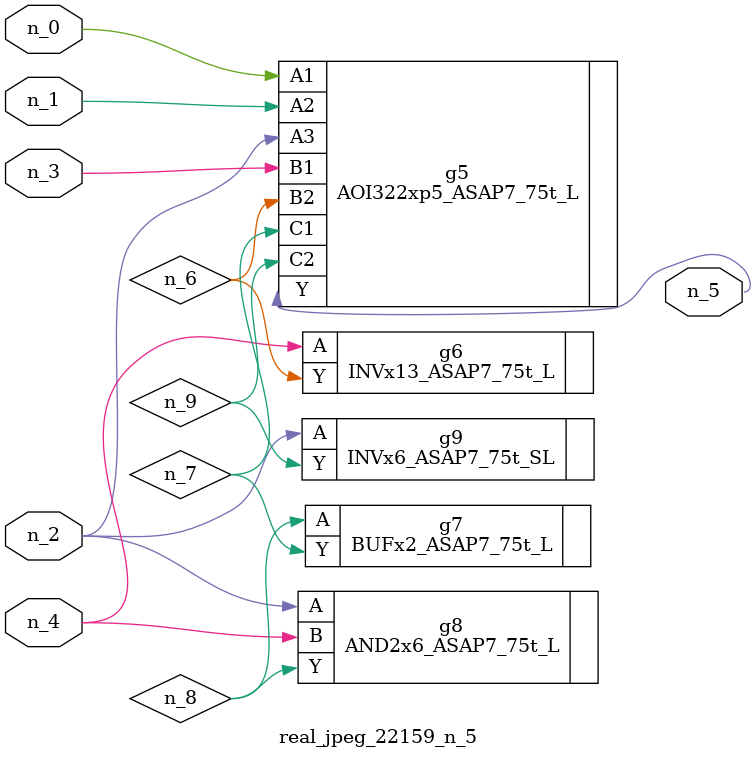
<source format=v>
module real_jpeg_22159_n_5 (n_4, n_0, n_1, n_2, n_3, n_5);

input n_4;
input n_0;
input n_1;
input n_2;
input n_3;

output n_5;

wire n_8;
wire n_6;
wire n_7;
wire n_9;

AOI322xp5_ASAP7_75t_L g5 ( 
.A1(n_0),
.A2(n_1),
.A3(n_2),
.B1(n_3),
.B2(n_6),
.C1(n_7),
.C2(n_9),
.Y(n_5)
);

AND2x6_ASAP7_75t_L g8 ( 
.A(n_2),
.B(n_4),
.Y(n_8)
);

INVx6_ASAP7_75t_SL g9 ( 
.A(n_2),
.Y(n_9)
);

INVx13_ASAP7_75t_L g6 ( 
.A(n_4),
.Y(n_6)
);

BUFx2_ASAP7_75t_L g7 ( 
.A(n_8),
.Y(n_7)
);


endmodule
</source>
